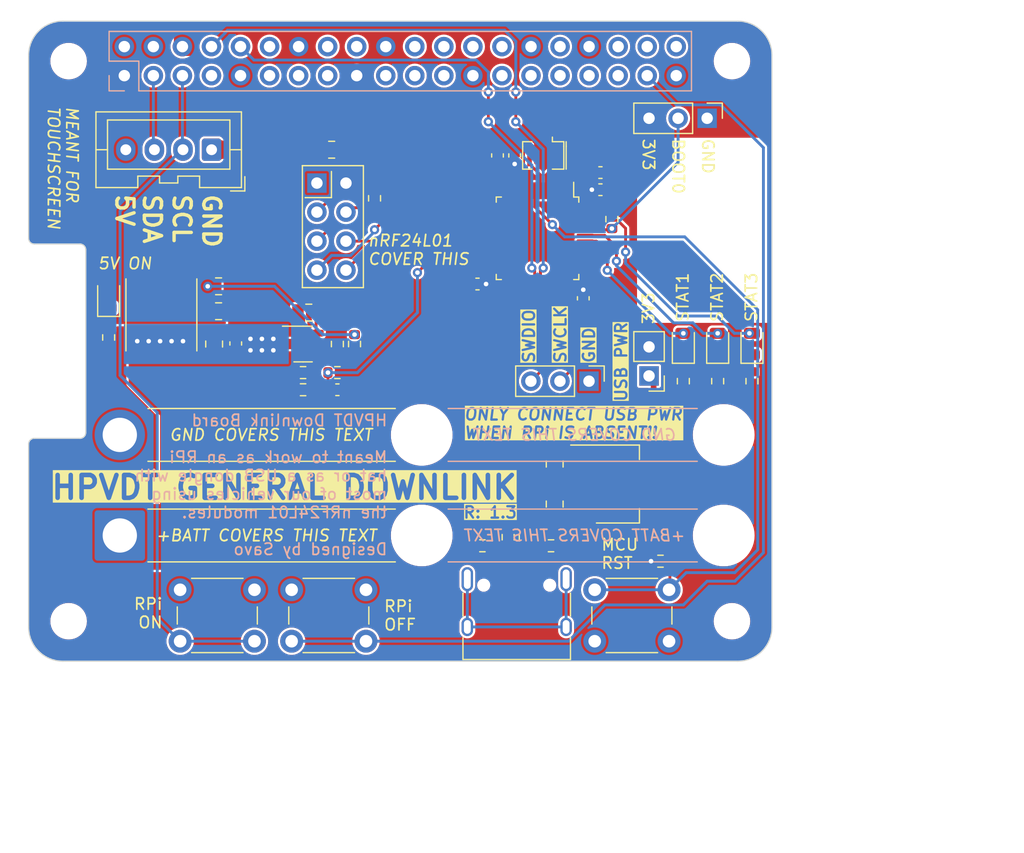
<source format=kicad_pcb>
(kicad_pcb (version 20221018) (generator pcbnew)
  (title_block (title "Downlink") (date "2024-01-21") (rev "1.3") (company "HPVDT") (comment 1 "Common downlink board") (comment 2 "Designed to mount to an RPi with a CSI display"))
  (layers (0 "F.Cu" signal) (31 "B.Cu" signal) (34 "B.Paste" user) (35 "F.Paste" user) (36 "B.SilkS" user "B.Silkscreen") (37 "F.SilkS" user "F.Silkscreen") (38 "B.Mask" user) (39 "F.Mask" user) (44 "Edge.Cuts" user))
  (net 0 "")
  (net 1 "GND")
  (net 2 "/SDA")
  (net 3 "/SCL")
  (net 4 "+3.3V")
  (net 5 "+5V")
  (net 6 "/BOOT0")
  (net 7 "+BATT")
  (net 8 "/FB")
  (net 9 "/RF_{INT}")
  (net 10 "/SCK")
  (net 11 "/MISO")
  (net 12 "/MOSI")
  (net 13 "/RF_{SEL}")
  (net 14 "/RF_{EN}")
  (net 15 "/BATT_{DIV}")
  (net 16 "Net-(D1-K)")
  (net 17 "/STATUS_{1}")
  (net 18 "Net-(D2-K)")
  (net 19 "/STATUS_{2}")
  (net 20 "Net-(D3-K)")
  (net 21 "/STATUS_{3}")
  (net 22 "/RPi_{TX}")
  (net 23 "/RPi_{RX}")
  (net 24 "/GPIO26")
  (net 25 "/D+")
  (net 26 "/D-")
  (net 27 "/USB_D-")
  (net 28 "/USB_D+")
  (net 29 "/SDWIO")
  (net 30 "/SWCLK")
  (net 31 "Net-(D4-K)")
  (net 32 "/RST_{MCU}")
  (net 33 "Net-(U1-VI)")
  (net 34 "Net-(JP1-A)")
  (net 35 "Net-(U2-VBST)")
  (net 36 "Net-(U2-SW)")
  (net 37 "Net-(J1-CC1)")
  (net 39 "Net-(J1-CC2)")
  (net 41 "unconnected-(J1-SHIELD-PadS1)")
  (net 65 "Net-(U2-EN)")
  (net 70 "Net-(U3-PD0)")
  (net 71 "Net-(U3-PD1)")
  (footprint "Connector_PinHeader_2.54mm:PinHeader_1x03_P2.54mm_Vertical" (layer "F.Cu") (at 149 75.5 -90)
    (fp_text reference "J4" hide)
    (fp_text value "PROGRAM")
  )
  (footprint "Capacitor_SMD:C_0603_1608Metric" (layer "F.Cu") (at 150 58.75 180)
    (fp_text reference "C9" hide)
    (fp_text value "100n")
  )
  (footprint "Resistor_SMD:R_0603_1608Metric" (layer "F.Cu") (at 163.25 75.5 90)
    (fp_text reference "R12" hide)
    (fp_text value "330")
  )
  (footprint "MountingHole:MountingHole_2.7mm_M2.5" (layer "F.Cu") (at 161.5 47.5)
    (fp_text reference "MH2" hide)
    (fp_text value "MountingHole_2.7mm_M2.5" hide)
  )
  (footprint "Resistor_SMD:R_0603_1608Metric" (layer "F.Cu") (at 124 74.75)
    (fp_text reference "R5" hide)
    (fp_text value "10k")
  )
  (footprint "Resistor_SMD:R_0603_1608Metric" (layer "F.Cu") (at 151 61.325 -90)
    (fp_text reference "R9" hide)
    (fp_text value "10k")
  )
  (footprint "Capacitor_SMD:C_0805_2012Metric" (layer "F.Cu") (at 116.6125 69.38 180)
    (fp_text reference "C6" hide)
    (fp_text value "22u")
  )
  (footprint "Capacitor_SMD:C_0603_1608Metric" (layer "F.Cu") (at 150 57.25 180)
    (fp_text reference "C15" hide)
    (fp_text value "1u")
  )
  (footprint "Resistor_SMD:R_0603_1608Metric" (layer "F.Cu") (at 141.93 89.15 90)
    (fp_text reference "R3" hide)
    (fp_text value "22")
  )
  (footprint "Package_TO_SOT_SMD:TSOT-23-6" (layer "F.Cu") (at 124 72.25)
    (fp_text reference "U2" hide)
    (fp_text value "TPS563208DDCR")
  )
  (footprint "Button_Switch_THT:SW_PUSH_6mm_H4.3mm" (layer "F.Cu") (at 123 93.75)
    (fp_text reference "SW2" hide)
    (fp_text value "RPi_{OFF}")
  )
  (footprint "Resistor_SMD:R_0603_1608Metric" (layer "F.Cu") (at 128.5 72.25 -90)
    (fp_text reference "R6" hide)
    (fp_text value "54k9")
  )
  (footprint "Package_TO_SOT_SMD:SOT-223-3_TabPin2" (layer "F.Cu") (at 151.5 84.5)
    (fp_text reference "U1" hide)
    (fp_text value "AZ1117-3.3")
  )
  (footprint "Button_Switch_THT:SW_PUSH_6mm_H4.3mm" (layer "F.Cu") (at 156 98.25 180)
    (fp_text reference "SW3" hide)
    (fp_text value "MCU_{RST}")
  )
  (footprint "Capacitor_SMD:C_0603_1608Metric" (layer "F.Cu") (at 141 55.75 -90)
    (fp_text reference "C8" hide)
    (fp_text value "100n")
  )
  (footprint "Resistor_SMD:R_0603_1608Metric" (layer "F.Cu") (at 143.43 89.15 90)
    (fp_text reference "R4" hide)
    (fp_text value "22")
  )
  (footprint "Capacitor_SMD:C_0805_2012Metric" (layer "F.Cu") (at 146 82.75 -90)
    (fp_text reference "C4" hide)
    (fp_text value "22u")
  )
  (footprint "Capacitor_SMD:C_0805_2012Metric" (layer "F.Cu") (at 146 86.25 90)
    (fp_text reference "C2" hide)
    (fp_text value "10u")
  )
  (footprint "Resistor_SMD:R_0603_1608Metric" (layer "F.Cu") (at 124 76.25 180)
    (fp_text reference "R15" hide)
    (fp_text value "54k9")
  )
  (footprint "Package_QFP:LQFP-48_7x7mm_P0.5mm" (layer "F.Cu") (at 144.5 63 -90)
    (fp_text reference "U3" hide)
    (fp_text value "STM32F103C8Tx")
  )
  (footprint "Resistor_SMD:R_0603_1608Metric" (layer "F.Cu") (at 127 74.75 180)
    (fp_text reference "R16" hide)
    (fp_text value "10k")
  )
  (footprint "Resistor_SMD:R_0603_1608Metric" (layer "F.Cu") (at 145.68 89.9)
    (fp_text reference "R2" hide)
    (fp_text value "5.1k")
  )
  (footprint "Connector_PinHeader_2.54mm:PinHeader_1x02_P2.54mm_Vertical" (layer "F.Cu") (at 154.25 75.04 180)
    (fp_text reference "JP1" hide)
    (fp_text value "USB_PWR")
  )
  (footprint "LED_SMD:LED_0805_2012Metric" (layer "F.Cu") (at 107 68.1475 90)
    (fp_text reference "D2" hide)
    (fp_text value "LED")
  )
  (footprint "Inductor_SMD:L_Taiyo-Yuden_NR-60xx" (layer "F.Cu") (at 111.6125 69.7 90)
    (fp_text reference "L1" hide)
    (fp_text value "3u3")
  )
  (footprint "Button_Switch_THT:SW_PUSH_6mm_H4.3mm" (layer "F.Cu") (at 113.25 93.75)
    (fp_text reference "SW1" hide)
    (fp_text value "RPi_{ON}")
  )
  (footprint "Resistor_SMD:R_0603_1608Metric" (layer "F.Cu") (at 127 72.25 -90)
    (fp_text reference "R7" hide)
    (fp_text value "10k")
  )
  (footprint "Resistor_SMD:R_0603_1608Metric" (layer "F.Cu") (at 155.25 91.25 180)
    (fp_text reference "R13" hide)
    (fp_text value "10k")
  )
  (footprint "Resistor_SMD:R_0603_1608Metric" (layer "F.Cu") (at 130.25 59.5 90)
    (fp_text reference "R14" hide)
    (fp_text value "10k")
  )
  (footprint "MountingHole:MountingHole_2.7mm_M2.5" (layer "F.Cu") (at 103.5 96.5)
    (fp_text reference "MH3" hide)
    (fp_text value "MountingHole_2.7mm_M2.5" hide)
  )
  (footprint "Resistor_SMD:R_0603_1608Metric" (layer "F.Cu") (at 160.25 75.5 90)
    (fp_text reference "R11" hide)
    (fp_text value "330")
  )
  (footprint "Connector_USB:USB_C_Receptacle_HRO_TYPE-C-31-M-12" (layer "F.Cu") (at 142.68 95.95)
    (fp_text reference "J1" hide)
    (fp_text value "USB_C_Receptacle_USB2.0")
  )
  (footprint "Connector_Wire:SolderWire-2.5sqmm_1x02_P8.8mm_D2.4mm_OD4.4mm_Relief2x" (layer "F.Cu") (at 107.975 89 90)
    (fp_text reference "BT1" hide)
    (fp_text value "Battery")
  )
  (footprint "MountingHole:MountingHole_2.7mm_M2.5" (layer "F.Cu") (at 103.5 47.5)
    (fp_text reference "MH1" hide)
    (fp_text value "MountingHole_2.7mm_M2.5" hide)
  )
  (footprint "Capacitor_SMD:C_0805_2012Metric" (layer "F.Cu") (at 116.6125 67.2 180)
    (fp_text reference "C7" hide)
    (fp_text value "22u")
  )
  (footprint "Capacitor_SMD:C_0603_1608Metric" (layer "F.Cu") (at 148.5 68.25 90)
    (fp_text reference "C11" hide)
    (fp_text value "100n")
  )
  (footprint "Resistor_SMD:R_0603_1608Metric" (layer "F.Cu") (at 107 71.675 90)
    (fp_text reference "R10" hide)
    (fp_text value "330")
  )
  (footprint "Capacitor_SMD:C_0603_1608Metric" (layer "F.Cu") (at 118.1125 72.2 -90)
    (fp_text reference "C3" hide)
    (fp_text value "100n")
  )
  (footprint "LED_SMD:LED_0805_2012Metric" (layer "F.Cu") (at 160.25 72.25 90)
    (fp_text reference "D3" hide)
    (fp_text value "LED")
  )
  (footprint "Connector_JST:JST_XA_B04B-XASK-1_1x04_P2.50mm_Vertical" (layer "F.Cu") (at 116 55.25 180)
    (fp_text reference "J2" hide)
    (fp_text value "SCREEN")
  )
  (footprint "Capacitor_SMD:C_0603_1608Metric" (layer "F.Cu") (at 127 76.25 180)
    (fp_text reference "C13" hide)
    (fp_text value "100n")
  )
  (footprint "LED_SMD:LED_0805_2012Metric" (layer "F.Cu") (at 157.25 72.25 90)
    (fp_text reference "D1" hide)
    (fp_text value "LED")
  )
  (footprint "Resistor_SMD:R_0603_1608Metric" (layer "F.Cu") (at 139.68 89.9 180)
    (fp_text reference "R1" hide)
    (fp_text value "5.1k")
  )
  (footprint "Capacitor_SMD:C_0805_2012Metric" (layer "F.Cu") (at 116.2225 72.25 -90)
    (fp_text reference "C1" hide)
    (fp_text value "10u")
  )
  (footprint "MountingHole:MountingHole_2.7mm_M2.5" (layer "F.Cu") (at 161.5 96.5)
    (fp_text reference "MH4" hide)
    (fp_text value "MountingHole_2.7mm_M2.5" hide)
  )
  (footprint "Crystal:Resonator_SMD_Murata_CSTxExxV-3Pin_3.0x1.1mm" (layer "F.Cu") (at 145 55.75 180)
    (fp_text reference "Y1" hide)
    (fp_text value "8M")
  )
  (footprint "RF_Module:nRF24L01_Breakout" (layer "F.Cu") (at 125.21 58.17)
    (fp_text reference "U4" hide)
    (fp_text value "nRF24L01")
  )
  (footprint "Capacitor_SMD:C_0603_1608Metric" (layer "F.Cu") (at 142.5 55.75 -90)
    (fp_text reference "C12" hide)
    (fp_text value "10n")
  )
  (footprint "Capacitor_SMD:C_0805_2012Metric" (layer "F.Cu") (at 126.5 55.25)
    (fp_text reference "C14" hide)
    (fp_text value "10u")
  )
  (footprint "LED_SMD:LED_0805_2012Metric" (layer "F.Cu") (at 163.25 72.25 90)
    (fp_text reference "D4" hide)
    (fp_text value "LED")
  )
  (footprint "Connector_PinHeader_2.54mm:PinHeader_1x03_P2.54mm_Vertical" (layer "F.Cu") (at 159.33 52.5 -90)
    (fp_text reference "JP2" hide)
    (fp_text value "BOOT0")
  )
  (footprint "Capacitor_SMD:C_0805_2012Metric" (layer "F.Cu") (at 124.5 69.5 180)
    (fp_text reference "C5" hide)
    (fp_text value "100n")
  )
  (footprint "Resistor_SMD:R_0603_1608Metric" (layer "F.Cu") (at 157.25 75.5 90)
    (fp_text reference "R8" hide)
    (fp_text value "330")
  )
  (footprint "Capacitor_SMD:C_0603_1608Metric" (layer "F.Cu") (at 139.25 67)
    (fp_text reference "C10" hide)
    (fp_text value "100n")
  )
  (footprint "Connector_PinSocket_2.54mm:PinSocket_2x20_P2.54mm_Vertical" (layer "B.Cu") (at 108.37 48.77 -90)
    (fp_text reference "J3" hide)
    (fp_text value "GPIO")
  )
  (gr_arc (start 100.5 63.5) (mid 100.146447 63.353553) (end 100 63) (stroke (width 0.1)) (layer "Edge.Cuts"))
  (gr_arc (start 162 44) (mid 164.12132 44.87868) (end 165 47) (stroke (width 0.1)) (layer "Edge.Cuts"))
  (gr_line (start 165 97) (end 165 47) (stroke (width 0.1)) (layer "Edge.Cuts"))
  (gr_line (start 100 47) (end 100 63) (stroke (width 0.1)) (layer "Edge.Cuts"))
  (gr_arc (start 103 100) (mid 100.87868 99.12132) (end 100 97) (stroke (width 0.1)) (layer "Edge.Cuts"))
  (gr_line (start 103 100) (end 162 100) (stroke (width 0.1)) (layer "Edge.Cuts"))
  (gr_line (start 104.5 80.5) (end 100.5 80.5) (stroke (width 0.1)) (layer "Edge.Cuts"))
  (gr_arc (start 100 81) (mid 100.146138 80.646755) (end 100.499127 80.500001) (stroke (width 0.1)) (layer "Edge.Cuts"))
  (gr_arc (start 165 97) (mid 164.12132 99.12132) (end 162 100) (stroke (width 0.1)) (layer "Edge.Cuts"))
  (gr_line (start 105 64) (end 105 80) (stroke (width 0.1)) (layer "Edge.Cuts"))
  (gr_arc (start 100 47) (mid 100.87868 44.87868) (end 103 44) (stroke (width 0.1)) (layer "Edge.Cuts"))
  (gr_line (start 100 81) (end 100 97) (stroke (width 0.1)) (layer "Edge.Cuts"))
  (gr_line (start 100.5 63.5) (end 104.5 63.5) (stroke (width 0.1)) (layer "Edge.Cuts"))
  (gr_arc (start 105 80) (mid 104.853553 80.353553) (end 104.5 80.5) (stroke (width 0.1)) (layer "Edge.Cuts"))
  (gr_arc (start 104.5 63.5) (mid 104.853553 63.646447) (end 105 64) (stroke (width 0.1)) (layer "Edge.Cuts"))
  (gr_line (start 162 44) (end 103 44) (stroke (width 0.1)) (layer "Edge.Cuts"))
  (gr_text "GND COVERS THIS TEXT" (at 147.8 80.2) (layer "B.SilkS") (effects (font (size 1 1) (thickness 0.15) italic) (justify mirror)))
  (gr_text "+BATT COVERS THIS TEXT" (at 147.8 89) (layer "B.SilkS") (effects (font (size 1 1) (thickness 0.15) italic) (justify mirror)))
  (gr_text "5V ON" (at 106 65.2) (layer "F.SilkS") (effects (font (size 1 1) (thickness 0.15) italic) (justify left)))
  (gr_text "BOOT0" (at 156.8 54.2 -90) (layer "F.SilkS") (effects (font (size 1 1)) (justify left)))
  (gr_text "5V" (at 108.4 59 270) (layer "F.SilkS") (effects (font (size 1.5 1.5) (thickness 0.3) bold) (justify left)))
  (gr_text "MCU\nRST" (at 150 92) (layer "F.SilkS") (effects (font (size 1 1)) (justify left bottom)))
  (gr_text "GND" (at 116 59 -90) (layer "F.SilkS") (effects (font (size 1.5 1.5) (thickness 0.3) bold) (justify left)))
  (gr_text "SDA" (at 110.8 59 -90) (layer "F.SilkS") (effects (font (size 1.5 1.5) (thickness 0.3) bold) (justify left)))
  (gr_text "HPVDT GENERAL DOWNLINK" (at 101.8 84.8) (layer "F.SilkS" knockout) (effects (font (size 2 2) (thickness 0.4) bold) (justify left)))
  (gr_text "GND" (at 149 74 90) (layer "F.SilkS" knockout) (effects (font (size 1 1) (thickness 0.2) bold) (justify left)))
  (gr_text "nRF24L01\nCOVER THIS" (at 129.6 65.4) (layer "F.SilkS") (effects (font (size 1 1) (thickness 0.15) italic) (justify left bottom)))
  (gr_text "SWDIO" (at 143.75 74 90) (layer "F.SilkS" knockout) (effects (font (size 1 1) (thickness 0.2) bold) (justify left)))
  (gr_text "MEANT FOR\nTOUCHSCREEN" (at 101.6 51.4 -90) (layer "F.SilkS") (effects (font (size 1 1) (thickness 0.15) italic) (justify left bottom)))
  (gr_text "ONLY CONNECT USB PWR\nWHEN RPi IS ABSENT!!" (at 138 80.6) (layer "F.SilkS" knockout) (effects (font (size 1 1) (thickness 0.2) bold italic) (justify left bottom)))
  (gr_text "RPi\nOFF" (at 131 96) (layer "F.SilkS") (effects (font (size 1 1)) (justify left)))
  (gr_text "STAT3" (at 163.2 70.4 90) (layer "F.SilkS") (effects (font (size 1 1)) (justify left)))
  (gr_text "RPi\nON" (at 111.8 95.8) (layer "F.SilkS") (effects (font (size 1 1)) (justify right)))
  (gr_text "STAT2" (at 160.2 70.4 90) (layer "F.SilkS") (effects (font (size 1 1)) (justify left)))
  (gr_text "3V3" (at 154.2 54.2 -90) (layer "F.SilkS") (effects (font (size 1 1)) (justify left)))
  (gr_text "GND" (at 159.4 54.2 -90) (layer "F.SilkS") (effects (font (size 1 1)) (justify left)))
  (gr_text "USB PWR" (at 152.4 73.8 90) (layer "F.SilkS" knockout) (effects (font (size 1 1) (thickness 0.2) bold) (justify bottom)))
  (gr_text "SCL" (at 113.4 59 -90) (layer "F.SilkS") (effects (font (size 1.5 1.5) (thickness 0.3) bold) (justify left)))
  (gr_text "GND COVERS THIS TEXT" (at 121.2 80.2) (layer "F.SilkS") (effects (font (size 1 1) (thickness 0.15) italic)))
  (gr_text "+BATT COVERS THIS TEXT" (at 120.8 89) (layer "F.SilkS") (effects (font (size 1 1) (thickness 0.15) italic)))
  (gr_text "3V3" (at 154.2 70.6 90) (layer "F.SilkS") (effects (font (size 1 1)) (justify left)))
  (gr_text "STAT1" (at 157.2 70.4 90) (layer "F.SilkS") (effects (font (size 1 1)) (justify left)))
  (gr_text "R: ${REVISION}" (at 142.8 86.4) (layer "F.SilkS" knockout) (effects (font (size 1 1) (thickness 0.2) bold) (justify right top)))
  (gr_text "SWCLK" (at 146.5 74 90) (layer "F.SilkS" knockout) (effects (font (size 1 1) (thickness 0.2) bold) (justify left)))
  (gr_text_box "HPVDT Downlink Board\n\nMeant to work as an RPi hat or as a USB dongle with most of our vehicles using the nRF24L01 modules.\n\nDesigned by Savo" (start 108.4 77.6) (end 132.2 92) (layer "B.SilkS") (effects (font (size 1 1)) (justify left top mirror)))
  (segment (start 110.91 55.16) (end 111 55.25) (width 0.25) (layer "B.Cu") (net 2))
  (segment (start 110.91 48.77) (end 110.91 55.16) (width 0.25) (layer "B.Cu") (net 2))
  (segment (start 113.45 48.77) (end 113.45 55.2) (width 0.25) (layer "B.Cu") (net 3))
  (segment (start 119.75 98.25) (end 113.25 98.25) (width 0.25) (layer "B.Cu") (net 3))
  (segment (start 108 60.625) (end 108 75) (width 0.25) (layer "B.Cu") (net 3))
  (segment (start 111.25 96.25) (end 113.25 98.25) (width 0.25) (layer "B.Cu") (net 3))
  (segment (start 113.45 55.2) (end 113.5 55.25) (width 0.25) (layer "B.Cu") (net 3))
  (segment (start 111.25 78.25) (end 111.25 96.25) (width 0.25) (layer "B.Cu") (net 3))
  (segment (start 113.5 55.25) (end 113.375 55.25) (width 0.25) (layer "B.Cu") (net 3))
  (segment (start 108 75) (end 111.25 78.25) (width 0.25) (layer "B.Cu") (net 3))
  (segment (start 113.375 55.25) (end 108 60.625) (width 0.25) (layer "B.Cu") (net 3))
  (segment (start 129.745 58.17) (end 130.25 58.675) (width 0.25) (layer "F.Cu") (net 4))
  (segment (start 148.6625 59.3125) (end 149.225 58.75) (width 0.25) (layer "F.Cu") (net 4))
  (segment (start 149.25 58.75) (end 149.225 57.25) (width 0.25) (layer "F.Cu") (net 4))
  (segment (start 142.5 56.5) (end 142.475 56.5) (width 0.25) (layer "F.Cu") (net 4))
  (segment (start 147.25 67.1625) (end 148.1625 67.1625) (width 0.25) (layer "F.Cu") (net 4))
  (segment (start 141 56.525) (end 142.5 56.525) (width 0.25) (layer "F.Cu") (net 4))
  (segment (start 140.025 66.0625) (end 140.3375 65.75) (width 0.25) (layer "F.Cu") (net 4))
  (segment (start 127.75 58.17) (end 129.745 58.17) (width 0.25) (layer "F.Cu") (net 4))
  (segment (start 148.6625 60.25) (end 148.6625 59.3125) (width 0.25) (layer "F.Cu") (net 4))
  (segment (start 142.475 56.5) (end 143.25 57.275) (width 0.25) (layer "F.Cu") (net 4))
  (segment (start 140.025 67) (end 140.025 66.0625) (width 0.25) (layer "F.Cu") (net 4))
  (segment (start 142.5 56.525) (end 142.5 56.5) (width 0.25) (layer "F.Cu") (net 4))
  (segment (start 148.1625 67.1625) (end 148.5 67.5) (width 0.25) (layer "F.Cu") (net 4))
  (segment (start 143.25 57.275) (end 143.25 58.8375) (width 0.25) (layer "F.Cu") (net 4))
  (segment (start 149.225 58.75) (end 149.25 58.75) (width 0.25) (layer "F.Cu") (net 4))
  (segment (start 127.75 58.17) (end 127.75 55.55) (width 0.25) (layer "F.Cu") (net 4))
  (segment (start 127.75 55.55) (end 127.45 55.25) (width 0.25) (layer "F.Cu") (net 4))
  (via (at 149.25 58.75) (size 0.8) (drill 0.4) (layers "F.Cu" "B.Cu") (net 4))
  (via (at 154.425 91.25) (size 0.8) (drill 0.4) (layers "F.Cu" "B.Cu") (net 4))
  (via (at 148.5 67.5) (size 0.8) (drill 0.4) (layers "F.Cu" "B.Cu") (net 4))
  (via (at 140 67) (size 0.8) (drill 0.4) (layers "F.Cu" "B.Cu") (net 4))
  (via (at 142.5 56.5) (size 0.8) (drill 0.4) (layers "F.Cu" "B.Cu") (net 4))
  (segment (start 115.7 67.2) (end 115.75 67.25) (width 0.25) (layer "F.Cu") (net 5))
  (segment (start 115.7 67.2) (end 115.6625 67.2) (width 0.25) (layer "F.Cu") (net 5))
  (via (at 128.5 71.425) (size 0.8) (drill 0.4) (layers "F.Cu" "B.Cu") (net 5))
  (via (at 115.6625 67.2) (size 0.8) (drill 0.4) (layers "F.Cu" "B.Cu") (net 5))
  (segment (start 115.6625 67.2) (end 121.5 67.2) (width 0.25) (layer "B.Cu") (net 5))
  (segment (start 125.725 71.425) (end 121.5 67.2) (width 0.25) (layer "B.Cu") (net 5))
  (segment (start 128.5 71.425) (end 125.725 71.425) (width 0.25) (layer "B.Cu") (net 5))
  (segment (start 148.6625 62.25) (end 150.9 62.25) (width 0.25) (layer "F.Cu") (net 6))
  (segment (start 150.9 62.25) (end 151 62.15) (width 0.25) (layer "F.Cu") (net 6))
  (via (at 151 62.15) (size 0.8) (drill 0.4) (layers "F.Cu" "B.Cu") (net 6))
  (segment (start 156.79 52.5) (end 156.79 56.36) (width 0.25) (layer "B.Cu") (net 6))
  (segment (start 156.79 56.36) (end 151 62.15) (width 0.25) (layer "B.Cu") (net 6))
  (segment (start 125.1375 73.2) (end 126.875 73.2) (width 0.25) (layer "F.Cu") (net 8))
  (segment (start 128.5 73.075) (end 127 73.075) (width 0.25) (layer "F.Cu") (net 8))
  (segment (start 126.875 73.2) (end 127 73.075) (width 0.25) (layer "F.Cu") (net 8))
  (segment (start 135 64) (end 136.25 62.75) (width 0.25) (layer "F.Cu") (net 9))
  (segment (start 129.54 64) (end 135 64) (width 0.25) (layer "F.Cu") (net 9))
  (segment (start 136.25 62.75) (end 140.3375 62.75) (width 0.25) (layer "F.Cu") (net 9))
  (segment (start 127.75 65.79) (end 129.54 64) (width 0.25) (layer "F.Cu") (net 9))
  (segment (start 129.75 61.25) (end 140.3375 61.25) (width 0.25) (layer "F.Cu") (net 10))
  (segment (start 128.925 62.075) (end 129.75 61.25) (width 0.25) (layer "F.Cu") (net 10))
  (segment (start 125.21 63.25) (end 126.385 62.075) (width 0.25) (layer "F.Cu") (net 10))
  (segment (start 126.385 62.075) (end 128.925 62.075) (width 0.25) (layer "F.Cu") (net 10))
  (segment (start 140.3375 61.75) (end 130.75 61.75) (width 0.25) (layer "F.Cu") (net 11))
  (segment (start 130.75 61.75) (end 130.25 62.25) (width 0.25) (layer "F.Cu") (net 11))
  (via (at 130.25 62.25) (size 0.8) (drill 0.4) (layers "F.Cu" "B.Cu") (net 11))
  (segment (start 130.25 62.411701) (end 128.161701 64.5) (width 0.25) (layer "B.Cu") (net 11))
  (segment (start 130.25 62.25) (end 130.25 62.411701) (width 0.25) (layer "B.Cu") (net 11))
  (segment (start 126.5 64.5) (end 125.21 65.79) (width 0.25) (layer "B.Cu") (net 11))
  (segment (start 128.161701 64.5) (end 126.5 64.5) (width 0.25) (layer "B.Cu") (net 11))
  (segment (start 135.25 62.25) (end 140.3375 62.25) (width 0.25) (layer "F.Cu") (net 12))
  (segment (start 127.75 63.25) (end 134.25 63.25) (width 0.25) (layer "F.Cu") (net 12))
  (segment (start 134.25 63.25) (end 135.25 62.25) (width 0.25) (layer "F.Cu") (net 12))
  (segment (start 140.3375 60.25) (end 130.325 60.25) (width 0.25) (layer "F.Cu") (net 13))
  (segment (start 128.135 60.325) (end 127.75 60.71) (width 0.25) (layer "F.Cu") (net 13))
  (segment (start 130.325 60.25) (end 130.25 60.325) (width 0.25) (layer "F.Cu") (net 13))
  (segment (start 130.25 60.325) (end 128.135 60.325) (width 0.25) (layer "F.Cu") (net 13))
  (segment (start 126.385 59.535) (end 141.0525 59.535) (width 0.25) (layer "F.Cu") (net 14))
  (segment (start 141.0525 59.535) (end 141.75 58.8375) (width 0.25) (layer "F.Cu") (net 14))
  (segment (start 125.21 60.71) (end 126.385 59.535) (width 0.25) (layer "F.Cu") (net 14))
  (segment (start 136.75 63.25) (end 140.3375 63.25) (width 0.25) (layer "F.Cu") (net 15))
  (segment (start 126.175 74.75) (end 126.175 76.2) (width 0.25) (layer "F.Cu") (net 15))
  (segment (start 126.175 76.2) (end 126.225 76.25) (width 0.25) (layer "F.Cu") (net 15))
  (segment (start 126.225 76.25) (end 124.825 76.25) (width 0.25) (layer "F.Cu") (net 15))
  (segment (start 136.75 63.25) (end 134 66) (width 0.25) (layer "F.Cu") (net 15))
  (via (at 126.175 74.75) (size 0.8) (drill 0.4) (layers "F.Cu" "B.Cu") (net 15))
  (via (at 134 66) (size 0.8) (drill 0.4) (layers "F.Cu" "B.Cu") (net 15))
  (segment (start 134 66) (end 134 69.5) (width 0.25) (layer "B.Cu") (net 15))
  (segment (start 126.175 74.75) (end 128.75 74.75) (width 0.25) (layer "B.Cu") (net 15))
  (segment (start 128.75 74.75) (end 134 69.5) (width 0.25) (layer "B.Cu") (net 15))
  (segment (start 157.25 74.675) (end 157.25 73.1875) (width 0.25) (layer "F.Cu") (net 16))
  (segment (start 149.65 63.25) (end 150.6 64.2) (width 0.25) (layer "F.Cu") (net 17))
  (segment (start 148.6625 63.25) (end 149.65 63.25) (width 0.25) (layer "F.Cu") (net 17))
  (segment (start 150.6 65.8) (end 150.6 64.2) (width 0.25) (layer "F.Cu") (net 17))
  (via (at 157.25 71.3125) (size 0.8) (drill 0.4) (layers "F.Cu" "B.Cu") (net 17))
  (via (at 150.6 65.8) (size 0.8) (drill 0.4) (layers "F.Cu" "B.Cu") (net 17))
  (segment (start 157.25 71.3125) (end 156.1125 71.3125) (width 0.25) (layer "B.Cu") (net 17))
  (segment (start 156.1125 71.3125) (end 150.6 65.8) (width 0.25) (layer "B.Cu") (net 17))
  (segment (start 107 70.85) (end 107 69.085) (width 0.25) (layer "F.Cu") (net 18))
  (segment (start 151.4 63.773004) (end 150.376996 62.75) (width 0.25) (layer "F.Cu") (net 19))
  (segment (start 148.6625 62.75) (end 150.376996 62.75) (width 0.25) (layer "F.Cu") (net 19))
  (segment (start 151.4 65) (end 151.4 63.773004) (width 0.25) (layer "F.Cu") (net 19))
  (via (at 160.25 71.3125) (size 0.8) (drill 0.4) (layers "F.Cu" "B.Cu") (net 19))
  (via (at 151.4 65) (size 0.8) (drill 0.4) (layers "F.Cu" "B.Cu") (net 19))
  (segment (start 156.4 70.4) (end 151.4 65.4) (width 0.25) (layer "B.Cu") (net 19))
  (segment (start 159 71.3125) (end 158.0875 70.4) (width 0.25) (layer "B.Cu") (net 19))
  (segment (start 159 71.3125) (end 160.25 71.3125) (width 0.25) (layer "B.Cu") (net 19))
  (segment (start 151.4 65.4) (end 151.4 65) (width 0.25) (layer "B.Cu") (net 19))
  (segment (start 158.0875 70.4) (end 156.4 70.4) (width 0.25) (layer "B.Cu") (net 19))
  (segment (start 160.25 74.675) (end 160.25 73.1875) (width 0.25) (layer "F.Cu") (net 20))
  (segment (start 148.6625 61.75) (end 150.176996 61.75) (width 0.25) (layer "F.Cu") (net 21))
  (segment (start 150.501996 61.425) (end 151.498004 61.425) (width 0.25) (layer "F.Cu") (net 21))
  (segment (start 152.2 62.126996) (end 152.2 64.2) (width 0.25) (layer "F.Cu") (net 21))
  (segment (start 151.498004 61.425) (end 152.2 62.126996) (width 0.25) (layer "F.Cu") (net 21))
  (segment (start 150.176996 61.75) (end 150.501996 61.425) (width 0.25) (layer "F.Cu") (net 21))
  (via (at 152.2 64.2) (size 0.8) (drill 0.4) (layers "F.Cu" "B.Cu") (net 21))
  (via (at 163.0255 71.3125) (size 0.8) (drill 0.4) (layers "F.Cu" "B.Cu") (net 21))
  (segment (start 152.2 65.2) (end 152.2 64.2) (width 0.25) (layer "B.Cu") (net 21))
  (segment (start 160.2 69.8) (end 156.8 69.8) (width 0.25) (layer "B.Cu") (net 21))
  (segment (start 163.0255 71.3125) (end 161.7125 71.3125) (width 0.25) (layer "B.Cu") (net 21))
  (segment (start 161.7125 71.3125) (end 160.2 69.8) (width 0.25) (layer "B.Cu") (net 21))
  (segment (start 156.8 69.8) (end 152.2 65.2) (width 0.25) (layer "B.Cu") (net 21))
  (segment (start 144.75 67.1625) (end 144.75 65.85) (width 0.25) (layer "F.Cu") (net 22))
  (segment (start 142.6 50.2) (end 142.6 52.8) (width 0.25) (layer "F.Cu") (net 22))
  (segment (start 144.75 65.65) (end 144.75 67.1625) (width 0.25) (layer "F.Cu") (net 22))
  (segment (start 144.8 65.6) (end 144.75 65.65) (width 0.25) (layer "F.Cu") (net 22))
  (segment (start 144.75 65.85) (end 145 65.6) (width 0.25) (layer "F.Cu") (net 22))
  (via (at 142.6 50.2) (size 0.8) (drill 0.4) (layers "F.Cu" "B.Cu") (net 22))
  (via (at 142.6 52.8) (size 0.8) (drill 0.4) (layers "F.Cu" "B.Cu") (net 22))
  (via (at 145 65.6) (size 0.8) (drill 0.4) (layers "F.Cu" "B.Cu") (net 22))
  (segment (start 117.165 45.055) (end 117.165 45.035) (width 0.25) (layer "B.Cu") (net 22))
  (segment (start 117.4 44.8) (end 141.621701 44.8) (width 0.25) (layer "B.Cu") (net 22))
  (segment (start 117.165 45.035) (end 117.4 44.8) (width 0.25) (layer "B.Cu") (net 22))
  (segment (start 145 55.2) (end 145 65.6) (width 0.25) (layer "B.Cu") (net 22))
  (segment (start 115.99 46.23) (end 117.165 45.055) (width 0.25) (layer "B.Cu") (net 22))
  (segment (start 142.6 52.8) (end 145 55.2) (width 0.25) (layer "B.Cu") (net 22))
  (segment (start 142.6 45.778299) (end 142.6 50.2) (width 0.25) (layer "B.Cu") (net 22))
  (segment (start 141.621701 44.8) (end 142.6 45.778299) (width 0.25) (layer "B.Cu") (net 22))
  (segment (start 144.25 65.849503) (end 144.000497 65.6) (width 0.25) (layer "F.Cu") (net 23))
  (segment (start 144.25 67.1625) (end 144.25 65.849503) (width 0.25) (layer "F.Cu") (net 23))
  (segment (start 140.2 52.8) (end 140.2 50.2) (width 0.25) (layer "F.Cu") (net 23))
  (via (at 144.000497 65.6) (size 0.8) (drill 0.4) (layers "F.Cu" "B.Cu") (net 23))
  (via (at 140.2 50.2) (size 0.8) (drill 0.4) (layers "F.Cu" "B.Cu") (net 23))
  (via (at 140.2 52.8) (size 0.8) (drill 0.4) (layers "F.Cu" "B.Cu") (net 23))
  (segment (start 140.2 52.8) (end 144.000497 56.600497) (width 0.25) (layer "B.Cu") (net 23))
  (segment (start 119.705 47.405) (end 118.53 46.23) (width 0.25) (layer "B.Cu") (net 23))
  (segment (start 140.2 50.2) (end 140.2 48.458299) (width 0.25) (layer "B.Cu") (net 23))
  (segment (start 144.000497 56.600497) (end 144.000497 65.6) (width 0.25) (layer "B.Cu") (net 23))
  (segment (start 139.146701 47.405) (end 119.705 47.405) (width 0.25) (layer "B.Cu") (net 23))
  (segment (start 140.2 48.458299) (end 139.146701 47.405) (width 0.25) (layer "B.Cu") (net 23))
  (segment (start 150.391726 95.075) (end 147.216726 98.25) (width 0.25) (layer "B.Cu") (net 24))
  (segment (start 161.75 93) (end 159.325 93) (width 0.25) (layer "B.Cu") (net 24))
  (segment (start 147.216726 98.25) (end 129.5 98.25) (width 0.25) (layer "B.Cu") (net 24))
  (segment (start 164.25 90.5) (end 161.75 93) (width 0.25) (layer "B.Cu") (net 24))
  (segment (start 160.505 51.325) (end 164.25 55.07) (width 0.25) (layer "B.Cu") (net 24))
  (segment (start 164.25 55.07) (end 164.25 90.5) (width 0.25) (layer "B.Cu") (net 24))
  (segment (start 156.645 51.325) (end 160.505 51.325) (width 0.25) (layer "B.Cu") (net 24))
  (segment (start 123 98.25) (end 129.5 98.25) (width 0.25) (layer "B.Cu") (net 24))
  (segment (start 159.325 93) (end 157.25 95.075) (width 0.25) (layer "B.Cu") (net 24))
  (segment (start 154.09 48.77) (end 156.645 51.325) (width 0.25) (layer "B.Cu") (net 24))
  (segment (start 157.25 95.075) (end 150.391726 95.075) (width 0.25) (layer "B.Cu") (net 24))
  (segment (start 142.43 91.905) (end 142.43 90.88) (width 0.25) (layer "F.Cu") (net 25))
  (segment (start 143.43 90.88) (end 143.43 91.905) (width 0.25) (layer "F.Cu") (net 25))
  (segment (start 142.43 90.88) (end 142.455 90.855) (width 0.25) (layer "F.Cu") (net 25))
  (segment (start 142.455 90.855) (end 143.405 90.855) (width 0.25) (layer "F.Cu") (net 25))
  (segment (start 143.43 89.975) (end 143.43 91.905) (width 0.2) (layer "F.Cu") (net 25))
  (segment (start 143.405 90.855) (end 143.43 90.88) (width 0.25) (layer "F.Cu") (net 25))
  (segment (start 141.93 92.93) (end 141.955 92.955) (width 0.25) (layer "F.Cu") (net 26))
  (segment (start 141.93 91.905) (end 141.93 92.93) (width 0.25) (layer "F.Cu") (net 26))
  (segment (start 142.93 92.88) (end 142.93 91.905) (width 0.25) (layer "F.Cu") (net 26))
  (segment (start 141.955 92.955) (end 142.855 92.955) (width 0.25) (layer "F.Cu") (net 26))
  (segment (start 142.855 92.955) (end 142.93 92.88) (width 0.25) (layer "F.Cu") (net 26))
  (segment (start 141.93 91.905) (end 141.93 89.975) (width 0.25) (layer "F.Cu") (net 26))
  (segment (start 141.875 77.4932) (end 141.875 74.6068) (width 0.2) (layer "F.Cu") (net 27))
  (segment (start 141.93 87.612499) (end 142.455 87.087499) (width 0.2) (layer "F.Cu") (net 27))
  (segment (start 145.275 71.2068) (end 145.275 68.293751) (width 0.2) (layer "F.Cu") (net 27))
  (segment (start 145.275 68.293751) (end 145.25 68.268751) (width 0.2) (layer "F.Cu") (net 27))
  (segment (start 141.875 74.6068) (end 145.275 71.2068) (width 0.2) (layer "F.Cu") (net 27))
  (segment (start 145.25 68.268751) (end 145.25 67.1625) (width 0.2) (layer "F.Cu") (net 27))
  (segment (start 142.455 78.0732) (end 141.875 77.4932) (width 0.2) (layer "F.Cu") (net 27))
  (segment (start 141.93 88.325) (end 141.93 87.612499) (width 0.2) (layer "F.Cu") (net 27))
  (segment (start 142.455 87.087499) (end 142.455 78.0732) (width 0.2) (layer "F.Cu") (net 27))
  (segment (start 145.75 68.268751) (end 145.75 67.1625) (width 0.2) (layer "F.Cu") (net 28))
  (segment (start 145.725 71.3932) (end 145.725 68.293751) (width 0.2) (layer "F.Cu") (net 28))
  (segment (start 143.43 88.325) (end 143.43 87.612499) (width 0.2) (layer "F.Cu") (net 28))
  (segment (start 145.725 68.293751) (end 145.75 68.268751) (width 0.2) (layer "F.Cu") (net 28))
  (segment (start 142.905 87.087499) (end 142.905 77.8868) (width 0.2) (layer "F.Cu") (net 28))
  (segment (start 142.325 77.3068) (end 142.325 74.7932) (width 0.2) (layer "F.Cu") (net 28))
  (segment (start 143.43 87.612499) (end 142.905 87.087499) (width 0.2) (layer "F.Cu") (net 28))
  (segment (start 142.325 74.7932) (end 145.725 71.3932) (width 0.2) (layer "F.Cu") (net 28))
  (segment (start 142.905 77.8868) (end 142.325 77.3068) (width 0.2) (layer "F.Cu") (net 28))
  (segment (start 143.92 75.5) (end 146.25 73.17) (width 0.25) (layer "F.Cu") (net 29))
  (segment (start 146.25 73.17) (end 146.25 67.1625) (width 0.25) (layer "F.Cu") (net 29))
  (segment (start 149.3 72.66) (end 149.3 66.3875) (width 0.25) (layer "F.Cu") (net 30))
  (segment (start 149.3 66.3875) (end 148.6625 65.75) (width 0.25) (layer "F.Cu") (net 30))
  (segment (start 146.46 75.5) (end 149.3 72.66) (width 0.25) (layer "F.Cu") (net 30))
  (segment (start 163.25 74.675) (end 163.25 73.1875) (width 0.25) (layer "F.Cu") (net 31))
  (segment (start 156.075 91.25) (end 156.075 93.675) (width 0.25) (layer "F.Cu") (net 32))
  (segment (start 156.075 93.675) (end 156 93.75) (width 0.25) (layer "F.Cu") (net 32))
  (segment (start 144.25 58.8375) (end 144.25 60.25) (width 0.25) (layer "F.Cu") (net 32))
  (segment (start 144.25 60.25) (end 145.8 61.8) (width 0.25) (layer "F.Cu") (net 32))
  (via (at 145.8 61.8) (size 0.8) (drill 0.4) (layers "F.Cu" "B.Cu") (net 32))
  (segment (start 145.8 61.8) (end 146.875 62.875) (width 0.25) (layer "B.Cu") (net 32))
  (segment (start 161.75 92.25) (end 157.5 92.25) (width 0.25) (layer "B.Cu") (net 32))
  (segment (start 146.875 62.875) (end 157.375 62.875) (width 0.25) (layer "B.Cu") (net 32))
  (segment (start 157.375 62.875) (end 163.75 69.25) (width 0.25) (layer "B.Cu") (net 32))
  (segment (start 163.75 69.25) (end 163.75 90.25) (width 0.25) (layer "B.Cu") (net 32))
  (segment (start 157.5 92.25) (end 156 93.75) (width 0.25) (layer "B.Cu") (net 32))
  (segment (start 149.5 93.75) (end 156 93.75) (width 0.25) (layer "B.Cu") (net 32))
  (segment (start 163.75 90.25) (end 161.75 92.25) (width 0.25) (layer "B.Cu") (net 32))
  (segment (start 145.655 88.506166) (end 144.875 87.726166) (width 0.4) (layer "F.Cu") (net 33))
  (segment (start 144.875 87.726166) (end 144.875 86.425) (width 0.4) (layer "F.Cu") (net 33))
  (segment (start 147.5 86.8) (end 148.35 86.8) (width 0.5) (layer "F.Cu") (net 33))
  (segment (start 145.655 90.42907) (end 145.655 88.506166) (width 0.4) (layer "F.Cu") (net 33))
  (segment (start 145.13 90.95407) (end 145.13 91.905) (width 0.4) (layer "F.Cu") (net 33))
  (segment (start 145.13 92.73) (end 145.13 91.905) (width 0.25) (layer "F.Cu") (net 33))
  (segment (start 140.23 92.73) (end 140.905 93.405) (width 0.25) (layer "F.Cu") (net 33))
  (segment (start 146 85.3) (end 147.5 86.8) (width 0.5) (layer "F.Cu") (net 33))
  (segment (start 144.875 86.425) (end 146 85.3) (width 0.4) (layer "F.Cu") (net 33))
  (segment (start 140.905 93.405) (end 144.455 93.405) (width 0.25) (layer "F.Cu") (net 33))
  (segment (start 145.655 90.42907) (end 145.13 90.95407) (width 0.4) (layer "F.Cu") (net 33))
  (segment (start 140.23 91.905) (end 140.23 92.73) (width 0.25) (layer "F.Cu") (net 33))
  (segment (start 144.455 93.405) (end 145.13 92.73) (width 0.25) (layer "F.Cu") (net 33))
  (segment (start 147.55 83.7) (end 148.35 84.5) (width 0.5) (layer "F.Cu") (net 34))
  (segment (start 146 83.7) (end 147.55 83.7) (width 0.5) (layer "F.Cu") (net 34))
  (segment (start 148.35 84.5) (end 154.65 84.5) (width 0.5) (layer "F.Cu") (net 34))
  (segment (start 154.65 75.44) (end 154.25 75.04) (width 0.5) (layer "F.Cu") (net 34))
  (segment (start 154.65 84.5) (end 154.65 75.44) (width 0.5) (layer "F.Cu") (net 34))
  (segment (start 125.1375 71.3) (end 125.1375 69.8125) (width 0.25) (layer "F.Cu") (net 35))
  (segment (start 125.1375 69.8125) (end 125.45 69.5) (width 0.25) (layer "F.Cu") (net 35))
  (segment (start 122.8625 72.25) (end 123.524999 72.25) (width 0.25) (layer "F.Cu") (net 36))
  (segment (start 124.049938 71.725061) (end 124.049938 69.999938) (width 0.25) (layer "F.Cu") (net 36))
  (segment (start 123.524999 72.25) (end 124.049938 71.725061) (width 0.25) (layer "F.Cu") (net 36))
  (segment (start 124.049938 69.999938) (end 123.55 69.5) (width 0.25) (layer "F.Cu") (net 36))
  (via (at 120.4 71.8) (size 0.8) (drill 0.4) (layers "F.Cu" "B.Cu") (net 36))
  (via (at 121.4 71.8) (size 0.8) (drill 0.4) (layers "F.Cu" "B.Cu") (net 36))
  (via (at 112.5 72) (size 0.8) (drill 0.4) (layers "F.Cu" "B.Cu") (net 36))
  (via (at 110.5 72) (size 0.8) (drill 0.4) (layers "F.Cu" "B.Cu") (net 36))
  (via (at 120.4 72.8) (size 0.8) (drill 0.4) (layers "F.Cu" "B.Cu") (net 36))
  (via (at 111.5 72) (size 0.8) (drill 0.4) (layers "F.Cu" "B.Cu") (net 36))
  (via (at 119.4 72.8) (size 0.8) (drill 0.4) (layers "F.Cu" "B.Cu") (net 36))
  (via (at 113.5 72) (size 0.8) (drill 0.4) (layers "F.Cu" "B.Cu") (net 36))
  (via (at 119.4 71.8) (size 0.8) (drill 0.4) (layers "F.Cu" "B.Cu") (net 36))
  (via (at 109.5 72) (size 0.8) (drill 0.4) (layers "F.Cu" "B.Cu") (net 36))
  (via (at 121.4 72.8) (size 0.8) (drill 0.4) (layers "F.Cu" "B.Cu") (net 36))
  (segment (start 141.43 91.905) (end 141.43 90.88) (width 0.25) (layer "F.Cu") (net 37))
  (segment (start 140.505 89.9) (end 140.505 89.955) (width 0.25) (layer "F.Cu") (net 37))
  (segment (start 140.505 89.955) (end 141.43 90.88) (width 0.25) (layer "F.Cu") (net 37))
  (segment (start 144.43 90.325) (end 144.43 91.905) (width 0.25) (layer "F.Cu") (net 39))
  (segment (start 144.855 89.9) (end 144.43 90.325) (width 0.25) (layer "F.Cu") (net 39))
  (segment (start 138.36 97) (end 138.36 92.82) (width 0.25) (layer "B.Cu") (net 41))
  (segment (start 138.36 97) (end 147 97) (width 0.25) (layer "B.Cu") (net 41))
  (segment (start 147 97) (end 147 92.82) (width 0.25) (layer "B.Cu") (net 41))
  (segment (start 124.15 72.575001) (end 124.15 74.075) (width 0.25) (layer "F.Cu") (net 65))
  (segment (start 124.475001 72.25) (end 124.15 72.575001) (width 0.25) (layer "F.Cu") (net 65))
  (segment (start 125.1375 72.25) (end 124.475001 72.25) (width 0.25) (layer "F.Cu") (net 65))
  (segment (start 124.15 74.075) (end 124.825 74.75) (width 0.25) (layer "F.Cu") (net 65))
  (segment (start 146.2 56.5) (end 145.25 57.45) (width 0.25) (layer "F.Cu") (net 70))
  (segment (start 145.25 57.45) (end 145.25 58.8375) (width 0.25) (layer "F.Cu") (net 70))
  (segment (start 146.2 55.75) (end 146.2 56.5) (width 0.25) (layer "F.Cu") (net 70))
  (segment (start 143.8 55.75) (end 143.8 56.5) (width 0.25) (layer "F.Cu") (net 71))
  (segment (start 144.75 57.45) (end 144.75 58.8375) (width 0.25) (layer "F.Cu") (net 71))
  (segment (start 143.8 56.5) (end 144.75 57.45) (width 0.25) (layer "F.Cu") (net 71))
  (zone (net 7) (net_name "+BATT") (layer "F.Cu") (priority 3) (connect_pads yes (clearance 0.15)) (min_thickness 0.15) (fill yes (thermal_gap 0.5) (thermal_bridge_width 0.5))
    (polygon (pts (xy 124 72.25) (xy 108.75 72.25) (xy 108.75 75.75) (xy 111.5 78.5) (xy 111.5 86.25) (xy 105.25 86.25) (xy 105.25 92) (xy 114.5 92) (xy 124 82.5)))
  )
  (zone (net 0) (net_name "") (layer "F.Cu") (name "ANTENNA") (connect_pads (clearance 0)) (min_thickness 0.25)
    (keepout (tracks not_allowed) (vias not_allowed) (pads not_allowed) (copperpour not_allowed) (footprints allowed))
    (fill (thermal_gap 0.5) (thermal_bridge_width 0.5))
    (polygon (pts (xy 153.2 54.2) (xy 165 54.2) (xy 165 70.4) (xy 153.2 70.4)))
  )
  (zone (net 5) (net_name "+5V") (layer "F.Cu") (name "5V") (priority 1) (connect_pads yes (clearance 0.15)) (min_thickness 0.15) (fill yes (thermal_gap 0.5) (thermal_bridge_width 0.5))
    (polygon (pts (xy 106.35 70.5) (xy 106.35 45.15) (xy 112.5 45.15) (xy 112.5 46.5) (xy 113.25 47.25) (xy 117.25 47.25) (xy 117.25 54.25) (xy 115.25 54.25) (xy 115.25 56.25) (xy 117.25 56.25) (xy 117.25 70.5)))
  )
  (zone (net 36) (net_name "Net-(U2-SW)") (layer "F.Cu") (priority 4) (connect_pads yes (clearance 0.15)) (min_thickness 0.15) (fill yes (thermal_gap 0.5) (thermal_bridge_width 0.5))
    (polygon (pts (xy 123.6 72.8) (xy 123.6 71.75) (xy 122.2 71.75) (xy 121.8 71.35) (xy 118.9 71.35) (xy 118.9 73.25) (xy 121.8 73.25) (xy 122.2 72.8)))
  )
  (zone (net 1) (net_name "GND") (layer "F.Cu") (connect_pads yes (clearance 0.15)) (min_thickness 0.15) (fill yes (thermal_gap 0.5) (thermal_bridge_width 0.5))
    (polygon (pts (xy 97.5 42.5) (xy 97.5 102.5) (xy 167.5 102.5) (xy 167.5 42.5)))
  )
  (zone (net 36) (net_name "Net-(U2-SW)") (layer "B.Cu") (priority 2) (connect_pads yes (clearance 0.15)) (min_thickness 0.15) (fill yes (thermal_gap 0.5) (thermal_bridge_width 0.5))
    (polygon (pts (xy 108.25 70.5) (xy 122.75 70.5) (xy 122.75 74) (xy 108.25 74)))
  )
  (zone (net 4) (net_name "+3.3V") (layer "B.Cu") (connect_pads yes (clearance 0.15)) (min_thickness 0.15) (fill yes (thermal_gap 0.5) (thermal_bridge_width 0.5))
    (polygon (pts (xy 97.5 42.5) (xy 97.5 102.5) (xy 167.5 102.5) (xy 167.5 42.5)))
  )
)
</source>
